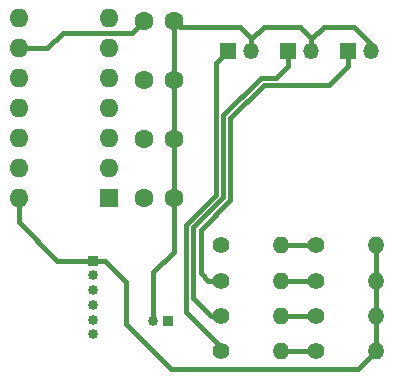
<source format=gtl>
G04 #@! TF.FileFunction,Copper,L1,Top,Signal*
%FSLAX46Y46*%
G04 Gerber Fmt 4.6, Leading zero omitted, Abs format (unit mm)*
G04 Created by KiCad (PCBNEW 4.0.6) date 06/26/19 15:12:34*
%MOMM*%
%LPD*%
G01*
G04 APERTURE LIST*
%ADD10C,0.100000*%
%ADD11R,0.850000X0.850000*%
%ADD12C,0.850000*%
%ADD13C,1.400000*%
%ADD14O,1.400000X1.400000*%
%ADD15C,1.600000*%
%ADD16R,1.600000X1.600000*%
%ADD17O,1.600000X1.600000*%
%ADD18R,1.350000X1.350000*%
%ADD19O,1.350000X1.350000*%
%ADD20C,0.406400*%
%ADD21C,0.304800*%
G04 APERTURE END LIST*
D10*
D11*
X231648000Y-113665000D03*
D12*
X231648000Y-114915000D03*
X231648000Y-116165000D03*
X231648000Y-117415000D03*
X231648000Y-118665000D03*
X231648000Y-119915000D03*
D13*
X250498000Y-115365000D03*
D14*
X255578000Y-115365000D03*
D13*
X250498000Y-121365000D03*
D14*
X255578000Y-121365000D03*
D13*
X250498000Y-118365000D03*
D14*
X255578000Y-118365000D03*
D13*
X242498000Y-115365000D03*
D14*
X247578000Y-115365000D03*
D13*
X242498000Y-118365000D03*
D14*
X247578000Y-118365000D03*
D13*
X242498000Y-121365000D03*
D14*
X247578000Y-121365000D03*
D15*
X235998000Y-108365000D03*
X238498000Y-108365000D03*
X235998000Y-103365000D03*
X238498000Y-103365000D03*
X235998000Y-98365000D03*
X238498000Y-98365000D03*
X235998000Y-93365000D03*
X238498000Y-93365000D03*
D13*
X242498000Y-112365000D03*
D14*
X247578000Y-112365000D03*
D13*
X250498000Y-112365000D03*
D14*
X255578000Y-112365000D03*
D16*
X232998000Y-108365000D03*
D17*
X225378000Y-93125000D03*
X232998000Y-105825000D03*
X225378000Y-95665000D03*
X232998000Y-103285000D03*
X225378000Y-98205000D03*
X232998000Y-100745000D03*
X225378000Y-100745000D03*
X232998000Y-98205000D03*
X225378000Y-103285000D03*
X232998000Y-95665000D03*
X225378000Y-105825000D03*
X232998000Y-93125000D03*
X225378000Y-108365000D03*
D18*
X248158000Y-95885000D03*
D19*
X250158000Y-95885000D03*
D18*
X243078000Y-95885000D03*
D19*
X245078000Y-95885000D03*
D18*
X253238000Y-95885000D03*
D19*
X255238000Y-95885000D03*
D11*
X237998000Y-118745000D03*
D12*
X236748000Y-118745000D03*
D20*
X236748000Y-118745000D02*
X236748000Y-114661000D01*
X238498000Y-112911000D02*
X238498000Y-108365000D01*
X236748000Y-114661000D02*
X238498000Y-112911000D01*
X238498000Y-103365000D02*
X238498000Y-98365000D01*
X238498000Y-108365000D02*
X238498000Y-103365000D01*
X238498000Y-93365000D02*
X238498000Y-98365000D01*
X238498000Y-93365000D02*
X238498000Y-93337000D01*
X245078000Y-95885000D02*
X245078000Y-94837000D01*
X244094000Y-93853000D02*
X238986000Y-93853000D01*
X245078000Y-94837000D02*
X244094000Y-93853000D01*
X238986000Y-93853000D02*
X238498000Y-93365000D01*
X250158000Y-95885000D02*
X250158000Y-94837000D01*
X245078000Y-94901000D02*
X245078000Y-95885000D01*
X246126000Y-93853000D02*
X245078000Y-94901000D01*
X249174000Y-93853000D02*
X246126000Y-93853000D01*
X250158000Y-94837000D02*
X249174000Y-93853000D01*
X255238000Y-95885000D02*
X255238000Y-95345000D01*
X255238000Y-95345000D02*
X253746000Y-93853000D01*
X253746000Y-93853000D02*
X251206000Y-93853000D01*
X251206000Y-93853000D02*
X250158000Y-94901000D01*
X250158000Y-94901000D02*
X250158000Y-95885000D01*
X231648000Y-113665000D02*
X232664000Y-113665000D01*
X254134000Y-122809000D02*
X255578000Y-121365000D01*
X238252000Y-122809000D02*
X254134000Y-122809000D01*
X234442000Y-118999000D02*
X238252000Y-122809000D01*
X234442000Y-115443000D02*
X234442000Y-118999000D01*
X232664000Y-113665000D02*
X234442000Y-115443000D01*
X225378000Y-108365000D02*
X225378000Y-110443000D01*
X228600000Y-113665000D02*
X231648000Y-113665000D01*
X225378000Y-110443000D02*
X228600000Y-113665000D01*
X255578000Y-121365000D02*
X255444000Y-121365000D01*
X255578000Y-115365000D02*
X255578000Y-112365000D01*
X255578000Y-118365000D02*
X255578000Y-115365000D01*
X255578000Y-121365000D02*
X255578000Y-118365000D01*
X247578000Y-121365000D02*
X250498000Y-121365000D01*
X247578000Y-118365000D02*
X250498000Y-118365000D01*
X247578000Y-115365000D02*
X250498000Y-115365000D01*
X225378000Y-95665000D02*
X227804000Y-95665000D01*
X235002000Y-94361000D02*
X235998000Y-93365000D01*
X229108000Y-94361000D02*
X235002000Y-94361000D01*
X227804000Y-95665000D02*
X229108000Y-94361000D01*
X247578000Y-112365000D02*
X250498000Y-112365000D01*
X242498000Y-118365000D02*
X241682000Y-118365000D01*
X248158000Y-97155000D02*
X248158000Y-95885000D01*
X247142000Y-98171000D02*
X248158000Y-97155000D01*
X245872000Y-98171000D02*
X247142000Y-98171000D01*
X242668402Y-101374598D02*
X245872000Y-98171000D01*
X242668402Y-108328180D02*
X242668402Y-101374598D01*
X240128402Y-110868180D02*
X242668402Y-108328180D01*
X240128402Y-116811402D02*
X240128402Y-110868180D01*
X241682000Y-118365000D02*
X240128402Y-116811402D01*
X242498000Y-121365000D02*
X242498000Y-120959000D01*
X242498000Y-120959000D02*
X239522000Y-117983000D01*
X239522000Y-117983000D02*
X239522000Y-110617000D01*
X239522000Y-110617000D02*
X242062000Y-108077000D01*
X242062000Y-108077000D02*
X242062000Y-96901000D01*
X242062000Y-96901000D02*
X243078000Y-95885000D01*
X242498000Y-115365000D02*
X241418804Y-115365000D01*
X253238000Y-97155000D02*
X253238000Y-95885000D01*
X251615598Y-98777402D02*
X253238000Y-97155000D01*
X246123180Y-98777402D02*
X251615598Y-98777402D01*
X243274804Y-101625778D02*
X246123180Y-98777402D01*
X243274804Y-108579360D02*
X243274804Y-101625778D01*
X240760582Y-111093582D02*
X243274804Y-108579360D01*
X240760582Y-114706778D02*
X240760582Y-111093582D01*
X241418804Y-115365000D02*
X240760582Y-114706778D01*
D21*
X242498000Y-115365000D02*
X241998000Y-115365000D01*
M02*

</source>
